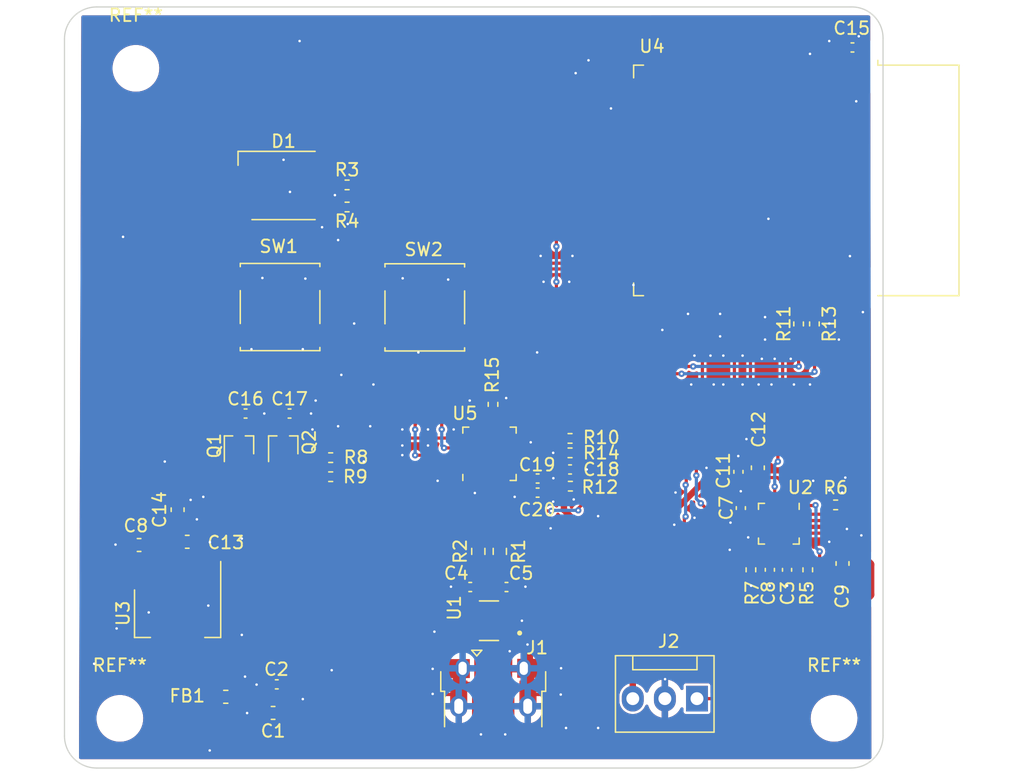
<source format=kicad_pcb>
(kicad_pcb (version 20211014) (generator pcbnew)
  (layers (0 "F.Cu" signal) (31 "B.Cu" signal) (34 "B.Paste" user) (35 "F.Paste" user) (36 "B.SilkS" user "B.Silkscreen") (37 "F.SilkS" user "F.Silkscreen") (38 "B.Mask" user) (39 "F.Mask" user) (44 "Edge.Cuts" user))
  (net 0 "")
  (net 1 "/power_supply/VBUS")
  (net 2 "GND")
  (net 3 "+5V")
  (net 4 "/power_supply/CONN_D+")
  (net 5 "+BATT")
  (net 6 "+3V3")
  (net 7 "/ucontroller/EN")
  (net 8 "/ucontroller/IO0")
  (net 9 "/usb/3V3_CP")
  (net 11 "/power_supply/~{PG}")
  (net 12 "/power_supply/~{CHG}")
  (net 13 "Net-(D1-Pad4)")
  (net 14 "Net-(D1-Pad5)")
  (net 17 "/power_supply/TS")
  (net 18 "Net-(Q1-Pad1)")
  (net 19 "/ucontroller/RTS")
  (net 20 "Net-(Q2-Pad1)")
  (net 21 "/ucontroller/DTR")
  (net 22 "/power_supply/USB_D+")
  (net 23 "Net-(R5-Pad2)")
  (net 24 "Net-(R6-Pad2)")
  (net 25 "Net-(R10-Pad2)")
  (net 26 "Net-(R11-Pad1)")
  (net 27 "/ucontroller/RX_ESP")
  (net 28 "/usb/CP_VBUS")
  (net 29 "Net-(R13-Pad1)")
  (net 30 "/ucontroller/TX_ESP")
  (net 31 "Net-(R15-Pad1)")
  (net 34 "/power_supply/~{CE}")
  (net 35 "/power_supply/SYS_OFF")
  (net 72 "/power_supply/CONN_D-")
  (net 73 "/power_supply/USB_D-")
  (footprint "Resistor_SMD:R_0402_1005Metric" (layer "F.Cu") (at 103.759 100.0252 90)
    (fp_text reference "R15")
    (fp_text value "10k")
  )
  (footprint "Connector_USB:USB_Micro-B_Amphenol_10103594-0001LF_Horizontal" (layer "F.Cu") (at 103.799 122.796)
    (fp_text reference "J1")
    (fp_text value "USB_B_Micro")
  )
  (footprint "Package_DFN_QFN:QFN-24-1EP_4x4mm_P0.5mm_EP2.6x2.6mm" (layer "F.Cu") (at 103.4796 103.9368 90)
    (fp_text reference "U5")
    (fp_text value "CP2102N-Axx-xQFN24")
  )
  (footprint "Resistor_SMD:R_0402_1005Metric" (layer "F.Cu") (at 90.9132 104.2416 180)
    (fp_text reference "R8")
    (fp_text value "10k")
  )
  (footprint "Capacitor_SMD:C_0402_1005Metric" (layer "F.Cu") (at 104.8258 114.4778)
    (fp_text reference "C5")
    (fp_text value "22p")
  )
  (footprint "Capacitor_SMD:C_0402_1005Metric" (layer "F.Cu") (at 86.64935 122.1794 180)
    (fp_text reference "C2")
    (fp_text value "10n")
  )
  (footprint "Capacitor_SMD:C_0603_1608Metric" (layer "F.Cu") (at 79.564 110.9)
    (fp_text reference "C13")
    (fp_text value "10u")
  )
  (footprint "Resistor_SMD:R_0402_1005Metric" (layer "F.Cu") (at 124.165 113.116 -90)
    (fp_text reference "R7")
    (fp_text value "10k")
  )
  (footprint "Capacitor_SMD:C_0402_1005Metric" (layer "F.Cu") (at 87.66 100.75)
    (fp_text reference "C17")
    (fp_text value "0.1u")
  )
  (footprint "Capacitor_SMD:C_0603_1608Metric" (layer "F.Cu") (at 75.754 111.154 180)
    (fp_text reference "C8")
    (fp_text value "0.1u")
  )
  (footprint "Capacitor_SMD:C_0402_1005Metric" (layer "F.Cu") (at 127.025 113.118 -90)
    (fp_text reference "C3")
    (fp_text value "0.1u")
  )
  (footprint "Capacitor_SMD:C_0402_1005Metric" (layer "F.Cu") (at 101.9556 114.4778 180)
    (fp_text reference "C4")
    (fp_text value "22p")
  )
  (footprint "Capacitor_SMD:C_0402_1005Metric" (layer "F.Cu") (at 107.2896 105.8926)
    (fp_text reference "C19")
    (fp_text value "100n")
  )
  (footprint "Capacitor_SMD:C_0603_1608Metric" (layer "F.Cu") (at 78.802 108.36 90)
    (fp_text reference "C14")
    (fp_text value "22u")
  )
  (footprint "Resistor_SMD:R_0402_1005Metric" (layer "F.Cu") (at 109.855 103.8606 180)
    (fp_text reference "R14")
    (fp_text value "47k")
  )
  (footprint "Resistor_SMD:R_0603_1608Metric" (layer "F.Cu") (at 102.595 111.6584 90)
    (fp_text reference "R2")
    (fp_text value "27")
  )
  (footprint "Capacitor_SMD:C_0402_1005Metric" (layer "F.Cu") (at 107.2896 107.0102)
    (fp_text reference "C20")
    (fp_text value "100n")
  )
  (footprint "Resistor_SMD:R_0402_1005Metric" (layer "F.Cu") (at 129.1898 93.6588 90)
    (fp_text reference "R13")
    (fp_text value "0")
  )
  (footprint "SOT-26-6:SOT95P280X120-6N" (layer "F.Cu") (at 103.44 117.1448 180)
    (fp_text reference "U1")
    (fp_text value "DT1446-04V-7")
  )
  (footprint "Resistor_SMD:R_0402_1005Metric" (layer "F.Cu") (at 127.9398 93.6588 90)
    (fp_text reference "R11")
    (fp_text value "0")
  )
  (footprint "Capacitor_SMD:C_0402_1005Metric" (layer "F.Cu") (at 84.18 100.75)
    (fp_text reference "C16")
    (fp_text value "0.1u")
  )
  (footprint "Capacitor_SMD:C_0402_1005Metric" (layer "F.Cu") (at 132.2 71.784)
    (fp_text reference "C15")
    (fp_text value "0.1u")
  )
  (footprint "Resistor_SMD:R_0402_1005Metric" (layer "F.Cu") (at 92.2132 84.4078 180)
    (fp_text reference "R3")
    (fp_text value "1k")
  )
  (footprint "Capacitor_SMD:C_0402_1005Metric" (layer "F.Cu") (at 123.178 105.3628 90)
    (fp_text reference "C11")
    (fp_text value "0.1u")
  )
  (footprint "MountingHole:MountingHole_3.2mm_M3" (layer "F.Cu") (at 75.5 73.435)
    (fp_text reference "REF**")
    (fp_text value "MountingHole_3.2mm_M3")
  )
  (footprint "Capacitor_SMD:C_0603_1608Metric" (layer "F.Cu") (at 86.35755 124.44 180)
    (fp_text reference "C1")
    (fp_text value "10u")
  )
  (footprint "MountingHole:MountingHole_3.2mm_M3" (layer "F.Cu") (at 130.745 124.87)
    (fp_text reference "REF**")
    (fp_text value "MountingHole_3.2mm_M3")
  )
  (footprint "Capacitor_SMD:C_0402_1005Metric" (layer "F.Cu") (at 123.37 108.23 90)
    (fp_text reference "C7")
    (fp_text value "0.1u")
  )
  (footprint "Capacitor_SMD:C_0402_1005Metric" (layer "F.Cu") (at 125.665 113.116 -90)
    (fp_text reference "C8")
    (fp_text value "0.1u")
  )
  (footprint "Package_TO_SOT_SMD:SOT-223-3_TabPin2" (layer "F.Cu") (at 78.802 116.56 -90)
    (fp_text reference "U3")
    (fp_text value "AMS1117-3.3")
  )
  (footprint "Resistor_SMD:R_0402_1005Metric" (layer "F.Cu") (at 109.855 102.7176 180)
    (fp_text reference "R10")
    (fp_text value "2k")
  )
  (footprint "Package_TO_SOT_SMD:SOT-323_SC-70" (layer "F.Cu") (at 87.16 103.25 90)
    (fp_text reference "Q2")
    (fp_text value "Q_NPN_BEC")
  )
  (footprint "Package_DFN_QFN:VQFN-16-1EP_3x3mm_P0.5mm_EP1.6x1.6mm" (layer "F.Cu") (at 126.375 109.468 -90)
    (fp_text reference "U2")
    (fp_text value "BQ24075RGT")
  )
  (footprint "Button_Switch_SMD:SW_SPST_B3S-1000" (layer "F.Cu") (at 98.36 92.35 180)
    (fp_text reference "SW2")
    (fp_text value "SW_Push")
  )
  (footprint "Capacitor_SMD:C_0603_1608Metric" (layer "F.Cu") (at 124.714 105.0414 90)
    (fp_text reference "C12")
    (fp_text value "4.7u")
  )
  (footprint "Resistor_SMD:R_0402_1005Metric" (layer "F.Cu") (at 128.665 113.116 90)
    (fp_text reference "R5")
    (fp_text value "1.2k")
  )
  (footprint "Capacitor_SMD:C_0603_1608Metric" (layer "F.Cu") (at 131.415 112.616 -90)
    (fp_text reference "C9")
    (fp_text value "4.7u")
  )
  (footprint "RF_Module:ESP32-WROOM-32" (layer "F.Cu") (at 124.7648 82.3036 -90)
    (fp_text reference "U4")
    (fp_text value "ESP32-WROOM-32")
  )
  (footprint "Resistor_SMD:R_0402_1005Metric" (layer "F.Cu") (at 109.8804 106.5)
    (fp_text reference "R12")
    (fp_text value "22k")
  )
  (footprint "Resistor_SMD:R_0402_1005Metric" (layer "F.Cu") (at 130.87 107.979 180)
    (fp_text reference "R6")
    (fp_text value "1.2k")
  )
  (footprint "Package_TO_SOT_SMD:SOT-323_SC-70" (layer "F.Cu") (at 83.66 103.25 90)
    (fp_text reference "Q1")
    (fp_text value "Q_NPN_BEC")
  )
  (footprint "Resistor_SMD:R_0603_1608Metric" (layer "F.Cu") (at 104.2968 111.6584 90)
    (fp_text reference "R1")
    (fp_text value "27")
  )
  (footprint "Resistor_SMD:R_0402_1005Metric" (layer "F.Cu") (at 92.2132 82.6578 180)
    (fp_text reference "R4")
    (fp_text value "1k")
  )
  (footprint "Button_Switch_SMD:SW_SPST_B3S-1000" (layer "F.Cu") (at 86.91 92.325 180)
    (fp_text reference "SW1")
    (fp_text value "SW_Push")
  )
  (footprint "MountingHole:MountingHole_3.2mm_M3" (layer "F.Cu") (at 74.23 124.87)
    (fp_text reference "REF**")
    (fp_text value "MountingHole_3.2mm_M3")
  )
  (footprint "Connector:FanPinHeader_1x03_P2.54mm_Vertical" (layer "F.Cu") (at 119.898 123.311 180)
    (fp_text reference "J2")
    (fp_text value "battery")
  )
  (footprint "Capacitor_SMD:C_0402_1005Metric" (layer "F.Cu") (at 109.855 105.175)
    (fp_text reference "C18")
    (fp_text value "100n")
  )
  (footprint "Resistor_SMD:R_0402_1005Metric" (layer "F.Cu") (at 90.9132 105.75 180)
    (fp_text reference "R9")
    (fp_text value "10k")
  )
  (footprint "LED_SMD:LED_RGB_5050-6" (layer "F.Cu") (at 87.184 82.706)
    (fp_text reference "D1")
    (fp_text value "LED_RGB")
  )
  (footprint "Inductor_SMD:L_0603_1608Metric" (layer "F.Cu") (at 82.612 123.164 180)
    (fp_text reference "FB1")
    (fp_text value "600")
  )
  (gr_arc (start 134.62 126.253949) (mid 133.876417 128.052141) (end 132.08 128.8) (layer "Edge.Cuts") (width 0.1))
  (gr_arc (start 69.85 71.12) (mid 70.593949 69.323949) (end 72.39 68.58) (layer "Edge.Cuts") (width 0.1))
  (gr_arc (start 72.39 128.8) (mid 70.593949 128.056051) (end 69.85 126.26) (layer "Edge.Cuts") (width 0.1))
  (gr_line (start 69.85 71.12) (end 69.85 126.26) (layer "Edge.Cuts") (width 0.1))
  (gr_line (start 72.39 128.8) (end 132.08 128.8) (layer "Edge.Cuts") (width 0.1))
  (gr_line (start 134.62 126.253949) (end 134.62 71.040051) (layer "Edge.Cuts") (width 0.1))
  (gr_line (start 132.08 68.58) (end 72.39 68.58) (layer "Edge.Cuts") (width 0.1))
  (gr_arc (start 132.08 68.58) (mid 133.871051 69.27204) (end 134.62 71.040051) (layer "Edge.Cuts") (width 0.1))
  (segment (start 100.247 118.003) (end 101.1052 117.1448) (width 0.254) (layer "F.Cu") (net 1))
  (segment (start 87.13255 123.19) (end 83.65705 123.19) (width 0.508) (layer "F.Cu") (net 1))
  (segment (start 87.13255 122.915) (end 87.13255 122.235) (width 0.508) (layer "F.Cu") (net 1))
  (segment (start 87.13255 122.915) (end 87.13255 124.44) (width 0.508) (layer "F.Cu") (net 1))
  (segment (start 91.633 122.235) (end 94.615 119.253) (width 0.254) (layer "F.Cu") (net 1))
  (segment (start 83.65705 123.19) (end 83.63105 123.164) (width 0.508) (layer "F.Cu") (net 1))
  (segment (start 94.615 119.253) (end 98.653 119.253) (width 0.254) (layer "F.Cu") (net 1))
  (segment (start 87.13255 122.235) (end 87.08755 122.19) (width 0.254) (layer "F.Cu") (net 1))
  (segment (start 100.247 119.253) (end 101.904 119.253) (width 0.254) (layer "F.Cu") (net 1))
  (segment (start 87.13255 122.235) (end 91.633 122.235) (width 0.254) (layer "F.Cu") (net 1))
  (segment (start 101.904 119.253) (end 102.47 119.819) (width 0.254) (layer "F.Cu") (net 1))
  (segment (start 98.653 119.253) (end 100.247 119.253) (width 0.254) (layer "F.Cu") (net 1))
  (segment (start 100.247 119.253) (end 100.247 118.003) (width 0.254) (layer "F.Cu") (net 1))
  (segment (start 101.1052 117.1448) (end 102.2913 117.1448) (width 0.254) (layer "F.Cu") (net 1))
  (segment (start 87.16255 122.265) (end 87.08755 122.19) (width 0.254) (layer "F.Cu") (net 1))
  (segment (start 102.47 119.819) (end 102.47 121.031) (width 0.254) (layer "F.Cu") (net 1))
  (segment (start 127.025 114.3758) (end 127.0254 114.3762) (width 0.254) (layer "F.Cu") (net 2))
  (segment (start 115.4884 76.61) (end 115.5098 76.5886) (width 0.254) (layer "F.Cu") (net 2))
  (segment (start 81.102 115.8216) (end 81.2298 115.9494) (width 0.254) (layer "F.Cu") (net 2))
  (segment (start 125.665 114.365) (end 125.6538 114.3762) (width 0.254) (layer "F.Cu") (net 2))
  (segment (start 131.761 109.884) (end 131.595 109.718) (width 0.254) (layer "F.Cu") (net 2))
  (segment (start 123.8108 102.772) (end 123.8108 103.3632) (width 0.254) (layer "F.Cu") (net 2))
  (segment (start 126.125 109.218) (end 126.375 109.468) (width 0.127) (layer "F.Cu") (net 2))
  (segment (start 84.66 100.75) (end 85.66 100.75) (width 0.254) (layer "F.Cu") (net 2))
  (segment (start 127.8125 109.718) (end 126.625 109.718) (width 0.254) (layer "F.Cu") (net 2))
  (segment (start 125.5198 81.3036) (end 125.5198 85.3138) (width 0.254) (layer "F.Cu") (net 2))
  (segment (start 131.395 107.9951) (end 131.395 107.0129) (width 0.254) (layer "F.Cu") (net 2))
  (segment (start 128.665 113.626) (end 128.665 114.3902) (width 0.254) (layer "F.Cu") (net 2))
  (segment (start 84.31 124.44) (end 84.3 124.45) (width 0.254) (layer "F.Cu") (net 2))
  (segment (start 102.7296 106.632) (end 102.7296 105.8743) (width 0.254) (layer "F.Cu") (net 2))
  (segment (start 108.4844 107.725) (end 108.52 107.725) (width 0.127) (layer "F.Cu") (net 2))
  (segment (start 100.457 114.4778) (end 100.4316 114.4524) (width 0.254) (layer "F.Cu") (net 2))
  (segment (start 124.165 113.626) (end 124.165 114.3606) (width 0.254) (layer "F.Cu") (net 2))
  (segment (start 132.7 70.9) (end 132.68 70.92) (width 0.254) (layer "F.Cu") (net 2))
  (segment (start 88.14 100.75) (end 89.36 100.75) (width 0.254) (layer "F.Cu") (net 2))
  (segment (start 102.805 126.14) (end 102.814 126.131) (width 0.254) (layer "F.Cu") (net 2))
  (segment (start 94.385 90.1) (end 96.56 90.1) (width 0.254) (layer "F.Cu") (net 2))
  (segment (start 123.95 110.55) (end 124.282 110.218) (width 0.127) (layer "F.Cu") (net 2))
  (segment (start 109.1368 120.911) (end 109.1438 120.904) (width 0.254) (layer "F.Cu") (net 2))
  (segment (start 133.0198 90.8036) (end 133.0198 92.7198) (width 0.254) (layer "F.Cu") (net 2))
  (segment (start 106.524 122.981) (end 109.1126 122.981) (width 0.254) (layer "F.Cu") (net 2))
  (segment (start 75.0482 111.154) (end 73.9198 111.154) (width 0.254) (layer "F.Cu") (net 2))
  (segment (start 125.5198 85.3138) (end 125.55 85.344) (width 0.254) (layer "F.Cu") (net 2))
  (segment (start 133.0198 92.7198) (end 133.025 92.725) (width 0.254) (layer "F.Cu") (net 2))
  (segment (start 99.0076 120.931) (end 98.9838 120.9548) (width 0.254) (layer "F.Cu") (net 2))
  (segment (start 79.818 107.598) (end 78.815 107.598) (width 0.254) (layer "F.Cu") (net 2))
  (segment (start 79.831 107.585) (end 79.818 107.598) (width 0.254) (layer "F.Cu") (net 2))
  (segment (start 133.0198 73.8036) (end 133.0198 75.5242) (width 0.254) (layer "F.Cu") (net 2))
  (segment (start 105.074 121.031) (end 105.074 119.5636) (width 0.254) (layer "F.Cu") (net 2))
  (segment (start 133.0198 75.5242) (end 132.5 76.044) (width 0.254) (layer "F.Cu") (net 2))
  (segment (start 133.0198 90.8036) (end 133.0198 89.3138) (width 0.254) (layer "F.Cu") (net 2))
  (segment (start 108.5088 105.8926) (end 108.5342 105.8672) (width 0.127) (layer "F.Cu") (net 2))
  (segment (start 128.665 114.3902) (end 128.6764 114.4016) (width 0.254) (layer "F.Cu") (net 2))
  (segment (start 109.345 103.8606) (end 108.52 103.8606) (width 0.127) (layer "F.Cu") (net 2))
  (segment (start 81.102 113.41) (end 81.102 115.8216) (width 0.254) (layer "F.Cu") (net 2))
  (segment (start 124.165 114.3606) (end 124.1806 114.3762) (width 0.254) (layer "F.Cu") (net 2))
  (segment (start 125.665 113.596) (end 125.665 114.365) (width 0.254) (layer "F.Cu") (net 2))
  (segment (start 103.759 99.5152) (end 104.7902 99.5152) (width 0.254) (layer "F.Cu") (net 2))
  (segment (start 85.58255 124.44) (end 84.31 124.44) (width 0.254) (layer "F.Cu") (net 2))
  (segment (start 124.282 110.218) (end 124.9375 110.218) (width 0.127) (layer "F.Cu") (net 2))
  (segment (start 123.37 107.75) (end 123.37 106.9052) (width 0.254) (layer "F.Cu") (net 2))
  (segment (start 86.16935 122.1794) (end 85.0706 122.1794) (width 0.254) (layer "F.Cu") (net 2))
  (segment (start 100.924 120.931) (end 99.0076 120.931) (width 0.254) (layer "F.Cu") (net 2))
  (segment (start 117.358 121.783) (end 117.358 123.311) (width 0.254) (layer "F.Cu") (net 2))
  (segment (start 131.595 109.718) (end 127.8125 109.718) (width 0.254) (layer "F.Cu") (net 2))
  (segment (start 131.415 114.4352) (end 131.415 113.391) (width 0.254) (layer "F.Cu") (net 2))
  (segment (start 100.26 90.1) (end 100.21 90.15) (width 0.254) (layer "F.Cu") (net 2))
  (segment (start 131.3942 114.456) (end 131.415 114.4352) (width 0.254) (layer "F.Cu") (net 2))
  (segment (start 113.092 76.61) (end 115.4884 76.61) (width 0.254) (layer "F.Cu") (net 2))
  (segment (start 126.625 109.718) (end 126.375 109.468) (width 0.254) (layer "F.Cu") (net 2))
  (segment (start 124.1552 114.4016) (end 124.1806 114.427) (width 0.254) (layer "F.Cu") (net 2))
  (segment (start 85.0706 122.1794) (end 85.05 122.2) (width 0.254) (layer "F.Cu") (net 2))
  (segment (start 133.0198 89.3138) (end 132 88.294) (width 0.254) (layer "F.Cu") (net 2))
  (segment (start 104.5663 117.1448) (end 106.045 117.1448) (width 0.254) (layer "F.Cu") (net 2))
  (segment (start 123.8108 103.3632) (end 124.714 104.2664) (width 0.254) (layer "F.Cu") (net 2))
  (segment (start 123.178 104.924) (end 123.178 104.128) (width 0.254) (layer "F.Cu") (net 2))
  (segment (start 90.885 90.075) (end 88.91 90.075) (width 0.254) (layer "F.Cu") (net 2))
  (segment (start 81.3573 110.9306) (end 81.3267 110.9) (width 0.254) (layer "F.Cu") (net 2))
  (segment (start 81.3267 110.9) (end 80.3413 110.9) (width 0.254) (layer "F.Cu") (net 2))
  (segment (start 123.178 104.128) (end 123.1646 104.1146) (width 0.254) (layer "F.Cu") (net 2))
  (segment (start 107.7696 105.8926) (end 108.5088 105.8926) (width 0.127) (layer "F.Cu") (net 2))
  (segment (start 107.7696 107.0102) (end 108.4844 107.725) (width 0.254) (layer "F.Cu") (net 2))
  (segment (start 117.3734 121.7676) (end 117.358 121.783) (width 0.254) (layer "F.Cu") (net 2))
  (segment (start 102.7296 104.6868) (end 103.4796 103.9368) (width 0.254) (layer "F.Cu") (net 2))
  (segment (start 102.814 126.131) (end 102.814 124.181) (width 0.254) (layer "F.Cu") (net 2))
  (segment (start 105.3058 114.4778) (end 106.299 114.4778) (width 0.254) (layer "F.Cu") (net 2))
  (segment (start 101.044 122.981) (end 99.0288 122.981) (width 0.254) (layer "F.Cu") (net 2))
  (segment (start 105.074 119.5636) (end 105.0798 119.5578) (width 0.254) (layer "F.Cu") (net 2))
  (segment (start 101.4756 114.4778) (end 100.457 114.4778) (width 0.254) (layer "F.Cu") (net 2))
  (segment (start 123.9565 109.3835) (end 124.122 109.218) (width 0.127) (layer "F.Cu") (net 2))
  (segment (start 110.335 105.175) (end 111.175 105.175) (width 0.254) (layer "F.Cu") (net 2))
  (segment (start 85.46 90.075) (end 85.51 90.025) (width 0.254) (layer "F.Cu") (net 2))
  (segment (start 104.7902 99.5152) (end 104.8 99.525) (width 0.254) (layer "F.Cu") (net 2))
  (segment (start 102.3224 107.0392) (end 102.7296 106.632) (width 0.254) (layer "F.Cu") (net 2))
  (segment (start 102.335 90.1) (end 100.26 90.1) (width 0.254) (layer "F.Cu") (net 2))
  (segment (start 109.1126 122.981) (end 109.1184 122.9868) (width 0.254) (layer "F.Cu") (net 2))
  (segment (start 104.7242 126.14) (end 104.734 126.1302) (width 0.254) (layer "F.Cu") (net 2))
  (segment (start 106.299 114.4778) (end 106.3244 114.4524) (width 0.254) (layer "F.Cu") (net 2))
  (segment (start 82.935 90.075) (end 85.46 90.075) (width 0.254) (layer "F.Cu") (net 2))
  (segment (start 102.7296 105.8743) (end 102.7296 104.6868) (width 0.254) (layer "F.Cu") (net 2))
  (segment (start 124.122 109.218) (end 124.9375 109.218) (width 0.127) (layer "F.Cu") (net 2))
  (segment (start 132.68 70.92) (end 132.68 71.784) (width 0.254) (layer "F.Cu") (net 2))
  (segment (start 106.674 120.911) (end 109.1368 120.911) (width 0.254) (layer "F.Cu") (net 2))
  (segment (start 122.55 109.3835) (end 123.9565 109.3835) (width 0.127) (layer "F.Cu") (net 2))
  (segment (start 124.9375 109.218) (end 126.125 109.218) (width 0.127) (layer "F.Cu") (net 2))
  (segment (start 99.0288 122.981) (end 98.9838 122.936) (width 0.254) (layer "F.Cu") (net 2))
  (segment (start 127.025 113.598) (end 127.025 114.3758) (width 0.254) (layer "F.Cu") (net 2))
  (segment (start 104.734 126.1302) (end 104.734 124.181) (width 0.254) (layer "F.Cu") (net 2))
  (segment (start 96.56 90.1) (end 96.61 90.05) (width 0.254) (layer "F.Cu") (net 2))
  (via (at 106.488 119.028) (size 0.5) (drill 0.2) (layers "F.Cu" "B.Cu") (net 2))
  (via (at 126.046 96.422) (size 0.5) (drill 0.2) (layers "F.Cu" "B.Cu") (net 2))
  (via (at 105.0798 119.5578) (size 0.5) (drill 0.2) (layers "F.Cu" "B.Cu") (net 2))
  (via (at 131.3942 114.456) (size 0.5) (drill 0.2) (layers "F.Cu" "B.Cu") (net 2))
  (via (at 127.316 96.422) (size 0.5) (drill 0.2) (layers "F.Cu" "B.Cu") (net 2))
  (via (at 132.5 76.044) (size 0.5) (drill 0.2) (layers "F.Cu" "B.Cu") (net 2))
  (via (at 123.1646 104.1146) (size 0.5) (drill 0.2) (layers "F.Cu" "B.Cu") (net 2))
  (via (at 79.831 107.585) (size 0.5) (drill 0.2) (layers "F.Cu" "B.Cu") (net 2))
  (via (at 127.57 98.454) (size 0.5) (drill 0.2) (layers "F.Cu" "B.Cu") (net 2))
  (via (at 99.122 118.012) (size 0.5) (drill 0.2) (layers "F.Cu" "B.Cu") (net 2))
  (via (at 119.442 98.454) (size 0.5) (drill 0.2) (layers "F.Cu" "B.Cu") (net 2))
  (via (at 120.966 96.168) (size 0.5) (drill 0.2) (layers "F.Cu" "B.Cu") (net 2))
  (via (at 109.1438 120.904) (size 0.5) (drill 0.2) (layers "F.Cu" "B.Cu") (net 2))
  (via (at 96.61 90.05) (size 0.5) (drill 0.2) (layers "F.Cu" "B.Cu") (net 2))
  (via (at 133.025 92.725) (size 0.5) (drill 0.2) (layers "F.Cu" "B.Cu") (net 2))
  (via (at 80.326 109.122) (size 0.5) (drill 0.2) (layers "F.Cu" "B.Cu") (net 2))
  (via (at 83.882 110.646) (size 0.5) (drill 0.2) (layers "F.Cu" "B.Cu") (net 2))
  (via (at 98.9838 122.936) (size 0.5) (drill 0.2) (layers "F.Cu" "B.Cu") (net 2))
  (via (at 77.786 104.55) (size 0.5) (drill 0.2) (layers "F.Cu" "B.Cu") (net 2))
  (via (at 123.95 110.55) (size 0.5) (drill 0.2) (layers "F.Cu" "B.Cu") (net 2))
  (via (at 100.4316 114.4524) (size 0.5) (drill 0.2) (layers "F.Cu" "B.Cu") (net 2))
  (via (at 128.6764 114.4016) (size 0.5) (drill 0.2) (layers "F.Cu" "B.Cu") (net 2))
  (via (at 100.21 90.15) (size 0.5) (drill 0.2) (layers "F.Cu" "B.Cu") (net 2))
  (via (at 100.646 102.01) (size 0.5) (drill 0.2) (layers "F.Cu" "B.Cu") (net 2))
  (via (at 117.3734 121.7676) (size 0.5) (drill 0.2) (layers "F.Cu" "B.Cu") (net 2))
  (via (at 106.045 117.1448) (size 0.5) (drill 0.2) (layers "F.Cu" "B.Cu") (net 2))
  (via (at 97.852 95.914) (size 0.5) (drill 0.2) (layers "F.Cu" "B.Cu") (net 2))
  (via (at 84.136 121.568) (size 0.5) (drill 0.2) (layers "F.Cu" "B.Cu") (net 2))
  (via (at 107.25 95.914) (size 0.5) (drill 0.2) (layers "F.Cu" "B.Cu") (net 2))
  (via (at 111.314 72.8) (size 0.5) (drill 0.2) (layers "F.Cu" "B.Cu") (net 2))
  (via (at 125.03 96.422) (size 0.5) (drill 0.2) (layers "F.Cu" "B.Cu") (net 2))
  (via (at 131.634 105.82) (size 0.5) (drill 0.2) (layers "F.Cu" "B.Cu") (net 2))
  (via (at 107.758 90.326) (size 0.5) (drill 0.2) (layers "F.Cu" "B.Cu") (net 2))
  (via (at 131.761 109.884) (size 0.5) (drill 0.2) (layers "F.Cu" "B.Cu") (net 2))
  (via (at 130.364 93.628) (size 0.5) (drill 0.2) (layers "F.Cu" "B.Cu") (net 2))
  (via (at 108.3168 109.8332) (size 0.5) (drill 0.2) (layers "F.Cu" "B.Cu") (net 2))
  (via (at 85.51 90.025) (size 0.5) (drill 0.2) (layers "F.Cu" "B.Cu") (net 2))
  (via (at 94.296 98.454) (size 0.5) (drill 0.2) (layers "F.Cu" "B.Cu") (net 2))
  (via (at 96.582 103.28) (size 0.5) (drill 0.2) (layers "F.Cu" "B.Cu") (net 2))
  (via (at 89.36 100.75) (size 0.5) (drill 0.2) (layers "F.Cu" "B.Cu") (net 2))
  (via (at 125.55 85.344) (size 0.5) (drill 0.2) (layers "F.Cu" "B.Cu") (net 2))
  (via (at 85.66 100.75) (size 0.5) (drill 0.2) (layers "F.Cu" "B.Cu") (net 2))
  (via (at 104.8 99.525) (size 0.5) (drill 0.2) (layers "F.Cu" "B.Cu") (net 2))
  (via (at 106.3244 114.4524) (size 0.5) (drill 0.2) (layers "F.Cu" "B.Cu") (net 2))
  (via (at 102.805 126.14) (size 0.5) (drill 0.2) (layers "F.Cu" "B.Cu") (net 2))
  (via (at 91.502 101.756) (size 0.5) (drill 0.2) (layers "F.Cu" "B.Cu") (net 2))
  (via (at 74.484 86.77) (size 0.5) (drill 0.2) (layers "F.Cu" "B.Cu") (net 2))
  (via (at 111.175 105.175) (size 0.5) (drill 0.2) (layers "F.Cu" "B.Cu") (net 2))
  (via (at 122.55 109.3835) (size 0.5) (drill 0.2) (layers "F.Cu" "B.Cu") (net 2))
  (via (at 81.2298 115.9494) (size 0.5) (drill 0.2) (layers "F.Cu" "B.Cu") (net 2))
  (via (at 124.776 98.454) (size 0.5) (drill 0.2) (layers "F.Cu" "B.Cu") (net 2))
  (via (at 84.3 124.45) (size 0.5) (drill 0.2) (layers "F.Cu" "B.Cu") (net 2))
  (via (at 108.52 103.8606) (size 0.5) (drill 0.2) (layers "F.Cu" "B.Cu") (net 2))
  (via (at 105.472 107.344) (size 0.5) (drill 0.2) (layers "F.Cu" "B.Cu") (net 2))
  (via (at 87.184 80.674) (size 0.5) (drill 0.2) (layers "F.Cu" "B.Cu") (net 2))
  (via (at 123.506 96.168) (size 0.5) (drill 0.2) (layers "F.Cu" "B.Cu") (net 2))
  (via (at 107.527075 88.2795) (size 0.5) (drill 0.2) (layers "F.Cu" "B.Cu") (net 2))
  (via (at 98.9838 120.9548) (size 0.5) (drill 0.2) (layers "F.Cu" "B.Cu") (net 2))
  (via (at 118.2 107) (size 0.5) (drill 0.2) (layers "F.Cu" "B.Cu") (net 2))
  (via (at 129.094 106.074) (size 0.5) (drill 0.2) (layers "F.Cu" "B.Cu") (net 2))
  (via (at 123.8108 102.772) (size 0.5) (drill 0.2) (layers "F.Cu" "B.Cu") (net 2))
  (via (at 89.724 99.724) (size 0.5) (drill 0.2) (layers "F.Cu" "B.Cu") (net 2))
  (via (at 84.644 95.66) (size 0.5) (drill 0.2) (layers "F.Cu" "B.Cu") (net 2))
  (via (at 121.22 98.454) (size 0.5) (drill 0.2) (layers "F.Cu" "B.Cu") (net 2))
  (via (at 119.188 92.866) (size 0.5) (drill 0.2) (layers "F.Cu" "B.Cu") (net 2))
  (via (at 128.84 72.292) (size 0.5) (drill 0.2) (layers "F.Cu" "B.Cu") (net 2))
  (via (at 89.47 102.01) (size 0.5) (drill 0.2) (layers "F.Cu" "B.Cu") (net 2))
  (via (at 131.3866 107.0045) (size 0.5) (drill 0.2) (layers "F.Cu" "B.Cu") (net 2))
  (via (at 108.52 107.725) (size 0.5) (drill 0.2) (layers "F.Cu" "B.Cu") (net 2))
  (via (at 125.792 98.454) (size 0.5) (drill 0.2) (layers "F.Cu" "B.Cu") (net 2))
  (via (at 130.364 110.9) (size 0.5) (drill 0.2) (layers "F.Cu" "B.Cu") (net 2))
  (via (at 102.3224 107.0392) (size 0.5) (drill 0.2) (layers "F.Cu" "B.Cu") (net 2))
  (via (at 73.976 117.758) (size 0.5) (drill 0.2) (layers "F.Cu" "B.Cu") (net 2))
  (via (at 96.582 102.01) (size 0.5) (drill 0.2) (layers "F.Cu" "B.Cu") (net 2))
  (via (at 99.376 106.074) (size 0.5) (drill 0.2) (layers "F.Cu" "B.Cu") (net 2))
  (via (at 132 88.294) (size 0.5) (drill 0.2) (layers "F.Cu" "B.Cu") (net 2))
  (via (at 98.614 102.01) (size 0.5) (drill 0.2) (layers "F.Cu" "B.Cu") (net 2))
  (via (at 110.298 73.816) (size 0.5) (drill 0.2) (layers "F.Cu" "B.Cu") (net 2))
  (via (at 108.5342 105.8672) (size 0.5) (drill 0.2) (layers "F.Cu" "B.Cu") (net 2))
  (via (at 92.772 93.628) (size 0.5) (drill 0.2) (layers "F.Cu" "B.Cu") (net 2))
  (via (at 123.506 98.454) (size 0.5) (drill 0.2) (layers "F.Cu" "B.Cu") (net 2))
  (via (at 96.582 104.042) (size 0.5) (drill 0.2) (layers "F.Cu" "B.Cu") (net 2))
  (via (at 88.708 123.346) (size 0.5) (drill 0.2) (layers "F.Cu" "B.Cu") (net 2))
  (via (at 93.534 104.55) (size 0.5) (drill 0.2) (layers "F.Cu" "B.Cu") (net 2))
  (via (at 120.65 105.05) (size 0.5) (drill 0.2) (layers "F.Cu" "B.Cu") (net 2))
  (via (at 73.8874 111.1216) (size 0.5) (drill 0.2) (layers "F.Cu" "B.Cu") (net 2))
  (via (at 92.264 85.754) (size 0.5) (drill 0.2) (layers "F.Cu" "B.Cu") (net 2))
  (via (at 131.126 94.898) (size 0.5) (drill 0.2) (layers "F.Cu" "B.Cu") (net 2))
  (via (at 90.994 121.06) (size 0.5) (drill 0.2) (layers "F.Cu" "B.Cu") (net 2))
  (via (at 130.364 71.276) (size 0.5) (drill 0.2) (layers "F.Cu" "B.Cu") (net 2))
  (via (at 110.044 88.2795) (size 0.5) (drill 0.2) (layers "F.Cu" "B.Cu") (net 2))
  (via (at 94.042 101.756) (size 0.5) (drill 0.2) (layers "F.Cu" "B.Cu") (net 2))
  (via (at 125.6538 114.3762) (size 0.5) (drill 0.2) (layers "F.Cu" "B.Cu") (net 2))
  (via (at 123.364 106.8992) (size 0.5) (drill 0.2) (layers "F.Cu" "B.Cu") (net 2))
  (via (at 112.076 125.632) (size 0.5) (drill 0.2) (layers "F.Cu" "B.Cu") (net 2))
  (via (at 91.756 97.692) (size 0.5) (drill 0.2) (layers "F.Cu" "B.Cu") (net 2))
  (via (at 109.79 90.326) (size 0.5) (drill 0.2) (layers "F.Cu" "B.Cu") (net 2))
  (via (at 90.232 86.008) (size 0.5) (drill 0.2) (layers "F.Cu" "B.Cu") (net 2))
  (via (at 112.076 108.868) (size 0.5) (drill 0.2) (layers "F.Cu" "B.Cu") (net 2))
  (via (at 91.248 83.468) (size 0.5) (drill 0.2) (layers "F.Cu" "B.Cu") (net 2))
  (via (at 121.982 98.454) (size 0.5) (drill 0.2) (layers "F.Cu" "B.Cu") (net 2))
  (via (at 88.91 90.075) (size 0.5) (drill 0.2) (layers "F.Cu" "B.Cu") (net 2))
  (via (at 125.284 93.12) (size 0.5) (drill 0.2) (layers "F.Cu" "B.Cu") (net 2))
  (via (at 121.982 96.168) (size 0.5) (drill 0.2) (layers "F.Cu" "B.Cu") (net 2))
  (via (at 104.7242 126.14) (size 0.5) (drill 0.2) (layers "F.Cu" "B.Cu") (net 2))
  (via (at 121.728 92.866) (size 0.5) (drill 0.2) (layers "F.Cu" "B.Cu") (net 2))
  (via (at 128.84 98.454) (size 0.5) (drill 0.2) (layers "F.Cu" "B.Cu") (net 2))
  (via (at 117.156 94.136) (size 0.5) (drill 0.2) (layers "F.Cu" "B.Cu") (net 2))
  (via (at 101.916 99.724) (size 0.5) (drill 0.2) (layers "F.Cu" "B.Cu") (net 2))
  (via (at 88.708 95.66) (size 0.5) (drill 0.2) (layers "F.Cu" "B.Cu") (net 2))
  (via (at 106.742 103.026) (size 0.5) (drill 0.2) (layers "F.Cu" "B.Cu") (net 2))
  (via (at 109.1184 122.9868) (size 0.5) (drill 0.2) (layers "F.Cu" "B.Cu") (net 2))
  (via (at 83.882 118.266) (size 0.5) (drill 0.2) (layers "F.Cu" "B.Cu") (net 2))
  (via (at 110.1456 107.5472) (size 0.5) (drill 0.2) (layers "F.Cu" "B.Cu") (net 2))
  (via (at 132.904 110.392) (size 0.5) (drill 0.2) (layers "F.Cu" "B.Cu") (net 2))
  (via (at 125.284 94.898) (size 0.5) (drill 0.2) (layers "F.Cu" "B.Cu") (net 2))
  (via (at 119.696 96.168) (size 0.5) (drill 0.2) (layers "F.Cu" "B.Cu") (net 2))
  (via (at 132.7 70.9) (size 0.5) (drill 0.2) (layers "F.Cu" "B.Cu") (net 2))
  (via (at 87.692 83.214) (size 0.5) (drill 0.2) (layers "F.Cu" "B.Cu") (net 2))
  (via (at 98.614 103.28) (size 0.5) (drill 0.2) (layers "F.Cu" "B.Cu") (net 2))
  (via (at 113.092 76.61) (size 0.5) (drill 0.2) (layers "F.Cu" "B.Cu") (net 2))
  (via (at 81.3573 110.9306) (size 0.5) (drill 0.2) (layers "F.Cu" "B.Cu") (net 2))
  (via (at 72.198 120.552) (size 0.5) (drill 0.2) (layers "F.Cu" "B.Cu") (net 2))
  (via (at 130.364 106.836) (size 0.5) (drill 0.2) (layers "F.Cu" "B.Cu") (net 2))
  (via (at 109.536 125.632) (size 0.5) (drill 0.2) (layers "F.Cu" "B.Cu") (net 2))
  (via (at 88.454 71.276) (size 0.5) (drill 0.2) (layers "F.Cu" "B.Cu") (net 2))
  (via (at 91.502 87.024) (size 0.5) (drill 0.2) (layers "F.Cu" "B.Cu") (net 2))
  (via (at 119.7 109) (size 0.5) (drill 0.2) (layers "F.Cu" "B.Cu") (net 2))
  (via (at 85.05 122.2) (size 0.5) (drill 0.2) (layers "F.Cu" "B.Cu") (net 2))
  (via (at 121.728 94.644) (size 0.5) (drill 0.2) (layers "F.Cu" "B.Cu") (net 2))
  (via (at 81.342 127.41) (size 0.5) (drill 0.2) (layers "F.Cu" "B.Cu") (net 2))
  (via (at 122.49 111.535) (size 0.5) (drill 0.2) (layers "F.Cu" "B.Cu") (net 2))
  (via (at 80.834 107.344) (size 0.5) (drill 0.2) (layers "F.Cu" "B.Cu") (net 2))
  (via (at 124.1806 114.3762) (size 0.5) (drill 0.2) (layers "F.Cu" "B.Cu") (net 2))
  (via (at 76.516 116.488) (size 0.5) (drill 0.2) (layers "F.Cu" "B.Cu") (net 2))
  (via (at 114.87 90.58) (size 0.5) (drill 0.2) (layers "F.Cu" "B.Cu") (net 2))
  (via (at 118.1 109.55) (size 0.5) (drill 0.2) (layers "F.Cu" "B.Cu") (net 2))
  (via (at 127.0254 114.3762) (size 0.5) (drill 0.2) (layers "F.Cu" "B.Cu") (net 2))
  (segment (start 133.55 112.7) (end 132.691 111.841) (width 0.762) (layer "F.Cu") (net 3))
  (segment (start 83.374 78.134) (end 76.529 84.979) (width 0.508) (layer "F.Cu") (net 3))
  (segment (start 130.698 110.218) (end 127.8125 110.218) (width 0.254) (layer "F.Cu") (net 3))
  (segment (start 81.85 123.1895) (end 81.8245 123.164) (width 0.762) (layer "F.Cu") (net 3))
  (segment (start 109.3704 108.3796) (end 110.9274 109.9366) (width 0.508) (layer "F.Cu") (net 3))
  (segment (start 83.3976 127.2476) (end 81.85 125.7) (width 0.762) (layer "F.Cu") (net 3))
  (segment (start 125.665 111.866) (end 125.665 112.544) (width 0.254) (layer "F.Cu") (net 3))
  (segment (start 131.455 110.975) (end 130.698 110.218) (width 0.254) (layer "F.Cu") (net 3))
  (segment (start 127.025 111.793836) (end 127.025 112.638) (width 0.254) (layer "F.Cu") (net 3))
  (segment (start 85.406 110.138) (end 85.406 118.52) (width 0.508) (layer "F.Cu") (net 3))
  (segment (start 126.625 110.9055) (end 126.625 111.393836) (width 0.254) (layer "F.Cu") (net 3))
  (segment (start 90.74 78.134) (end 83.374 78.134) (width 0.508) (layer "F.Cu") (net 3))
  (segment (start 76.502 113.41) (end 76.502 111.181) (width 0.762) (layer "F.Cu") (net 3))
  (segment (start 133.55 115.08) (end 133.55 112.7) (width 0.762) (layer "F.Cu") (net 3))
  (segment (start 76.529 84.979) (end 76.529 105.833) (width 0.508) (layer "F.Cu") (net 3))
  (segment (start 81.85 125.7) (end 81.85 123.1895) (width 0.762) (layer "F.Cu") (net 3))
  (segment (start 85.406 118.52) (end 81.8245 122.1015) (width 0.508) (layer "F.Cu") (net 3))
  (segment (start 81.8245 122.1015) (end 81.8245 123.164) (width 0.508) (layer "F.Cu") (net 3))
  (segment (start 123.311 108.718) (end 124.9375 108.718) (width 0.254) (layer "F.Cu") (net 3))
  (segment (start 126.125 111.406) (end 125.665 111.866) (width 0.254) (layer "F.Cu") (net 3))
  (segment (start 92.7232 82.6578) (end 92.7232 84.4078) (width 0.508) (layer "F.Cu") (net 3))
  (segment (start 76.502 111.181) (end 76.529 111.154) (width 0.762) (layer "F.Cu") (net 3))
  (segment (start 109.375 105.175) (end 109.375 106.4954) (width 0.508) (layer "F.Cu") (net 3))
  (segment (start 81.101 105.833) (end 85.406 110.138) (width 0.508) (layer "F.Cu") (net 3))
  (segment (start 110.9274 127.2476) (end 121.3824 127.2476) (width 0.762) (layer "F.Cu") (net 3))
  (segment (start 126.125 110.9055) (end 126.125 111.406) (width 0.254) (layer "F.Cu") (net 3))
  (segment (start 132.691 111.841) (end 131.415 111.841) (width 0.762) (layer "F.Cu") (net 3))
  (segment (start 126.625 111.393836) (end 127.025 111.793836) (width 0.254) (layer "F.Cu") (net 3))
  (segment (start 92.7232 80.1172) (end 90.74 78.134) (width 0.508) (layer "F.Cu") (net 3))
  (segment (start 131.455 111.741) (end 131.455 110.975) (width 0.254) (layer "F.Cu") (net 3))
  (segment (start 109.3704 108.3796) (end 109.3704 106.5) (width 0.508) (layer "F.Cu") (net 3))
  (segment (start 92.7232 82.6578) (end 92.7232 80.1172) (width 0.508) (layer "F.Cu") (net 3))
  (segment (start 110.9274 127.2476) (end 83.3976 127.2476) (width 0.762) (layer "F.Cu") (net 3))
  (segment (start 126.125 110.9055) (end 126.625 110.9055) (width 0.254) (layer "F.Cu") (net 3))
  (segment (start 76.529 105.833) (end 76.529 111.154) (width 0.508) (layer "F.Cu") (net 3))
  (segment (start 110.9274 109.9366) (end 110.9274 127.2476) (width 0.508) (layer "F.Cu") (net 3))
  (segment (start 76.529 105.833) (end 81.101 105.833) (width 0.508) (layer "F.Cu") (net 3))
  (segment (start 105.4171 105.1868) (end 109.3396 105.1868) (width 0.254) (layer "F.Cu") (net 3))
  (segment (start 109.3396 105.1868) (end 109.3704 105.156) (width 0.254) (layer "F.Cu") (net 3))
  (segment (start 121.3824 127.2476) (end 133.55 115.08) (width 0.762) (layer "F.Cu") (net 3))
  (segment (start 103.674 119.693499) (end 103.774 119.793499) (width 0.2) (layer "F.Cu") (net 4))
  (segment (start 103.674 114.476) (end 103.674 113.1062) (width 0.2) (layer "F.Cu") (net 4))
  (segment (start 103.706 118.0948) (end 104.695 118.0948) (width 0.127) (layer "F.Cu") (net 4))
  (segment (start 103.774 119.793499) (end 103.774 121.031) (width 0.2) (layer "F.Cu") (net 4))
  (segment (start 103.674 118.0628) (end 103.674 114.476) (width 0.2) (layer "F.Cu") (net 4))
  (segment (start 103.674 113.1062) (end 104.2968 112.4834) (width 0.2) (layer "F.Cu") (net 4))
  (segment (start 103.674 118.0628) (end 103.706 118.0948) (width 0.127) (layer "F.Cu") (net 4))
  (segment (start 103.674 114.476) (end 104.344 114.476) (width 0.2) (layer "F.Cu") (net 4))
  (segment (start 103.674 118.0628) (end 103.674 119.693499) (width 0.2) (layer "F.Cu") (net 4))
  (segment (start 114.818 123.311) (end 114.818 111.75) (width 0.508) (layer "F.Cu") (net 5))
  (segment (start 120.722 105.846) (end 124.6844 105.846) (width 0.508) (layer "F.Cu") (net 5))
  (segment (start 124.714 105.8164) (end 126.2634 105.8164) (width 0.254) (layer "F.Cu") (net 5))
  (segment (start 126.2634 105.8164) (end 126.625 106.178) (width 0.254) (layer "F.Cu") (net 5))
  (segment (start 124.6844 105.846) (end 124.714 105.8164) (width 0.508) (layer "F.Cu") (net 5))
  (segment (start 126.125 108.0305) (end 126.625 108.0305) (width 0.254) (layer "F.Cu") (net 5))
  (segment (start 114.818 111.75) (end 120.722 105.846) (width 0.508) (layer "F.Cu") (net 5))
  (segment (start 126.625 106.178) (end 126.625 108.0305) (width 0.254) (layer "F.Cu") (net 5))
  (segment (start 78.802 109.135) (end 78.802 110.887) (width 0.762) (layer "F.Cu") (net 6))
  (segment (start 78.789 113.397) (end 78.802 113.41) (width 0.254) (layer "F.Cu") (net 6))
  (segment (start 130.848 70.006) (end 131.71 70.868) (width 0.508) (layer "F.Cu") (net 6))
  (segment (start 73.896 119.71) (end 72.198 118.012) (width 0.508) (layer "F.Cu") (net 6))
  (segment (start 78.802 119.71) (end 73.896 119.71) (width 0.508) (layer "F.Cu") (net 6))
  (segment (start 78.802 110.887) (end 78.789 110.9) (width 0.254) (layer "F.Cu") (net 6))
  (segment (start 131.7498 71.8478) (end 131.71 71.808) (width 0.508) (layer "F.Cu") (net 6))
  (segment (start 78.802 113.41) (end 78.802 119.71) (width 1.27) (layer "F.Cu") (net 6))
  (segment (start 131.7498 73.8036) (end 131.7498 71.8478) (width 0.508) (layer "F.Cu") (net 6))
  (segment (start 72.198 118.012) (end 72.198 86.008) (width 0.508) (layer "F.Cu") (net 6))
  (segment (start 88.2 70.006) (end 130.848 70.006) (width 0.508) (layer "F.Cu") (net 6))
  (segment (start 78.789 110.9) (end 78.789 113.397) (width 0.762) (layer "F.Cu") (net 6))
  (segment (start 72.198 86.008) (end 88.2 70.006) (width 0.508) (layer "F.Cu") (net 6))
  (segment (start 131.71 70.868) (end 131.71 71.808) (width 0.508) (layer "F.Cu") (net 6))
  (segment (start 83.7 100.75) (end 83.7 98.4) (width 0.254) (layer "F.Cu") (net 7))
  (segment (start 108.774 90.326) (end 108.774 90.834) (width 0.254) (layer "F.Cu") (net 7))
  (segment (start 130.4798 72.6618) (end 130.4798 73.8036) (width 0.254) (layer "F.Cu") (net 7))
  (segment (start 108.774 90.834) (end 107.25 92.358) (width 0.254) (layer "F.Cu") (net 7))
  (segment (start 82.91 97.61) (end 82.91 94.725) (width 0.254) (layer "F.Cu") (net 7))
  (segment (start 83.7 98.4) (end 82.91 97.61) (width 0.254) (layer "F.Cu") (net 7))
  (segment (start 107.25 92.358) (end 91.502 92.358) (width 0.254) (layer "F.Cu") (net 7))
  (segment (start 91.502 92.358) (end 90.885 92.975) (width 0.254) (layer "F.Cu") (net 7))
  (segment (start 82.935 94.575) (end 90.885 94.575) (width 0.254) (layer "F.Cu") (net 7))
  (segment (start 83.66 100.79) (end 83.7 100.75) (width 0.254) (layer "F.Cu") (net 7))
  (segment (start 108.774 72.8) (end 110.044 71.53) (width 0.254) (layer "F.Cu") (net 7))
  (segment (start 110.044 71.53) (end 129.348 71.53) (width 0.254) (layer "F.Cu") (net 7))
  (segment (start 108.774 87.532) (end 108.774 72.8) (width 0.254) (layer "F.Cu") (net 7))
  (segment (start 90.885 92.975) (end 90.885 94.575) (width 0.254) (layer "F.Cu") (net 7))
  (segment (start 129.348 71.53) (end 130.4798 72.6618) (width 0.254) (layer "F.Cu") (net 7))
  (segment (start 83.66 102.25) (end 83.66 100.79) (width 0.254) (layer "F.Cu") (net 7))
  (via (at 108.774 90.326) (size 0.5) (drill 0.2) (layers "F.Cu" "B.Cu") (net 7))
  (via (at 108.774 87.532) (size 0.5) (drill 0.2) (layers "F.Cu" "B.Cu") (net 7))
  (segment (start 108.774 87.532) (end 108.774 90.326) (width 0.254) (layer "B.Cu") (net 7))
  (segment (start 92.31 98.8) (end 87.86 98.8) (width 0.254) (layer "F.Cu") (net 8))
  (segment (start 87.16 100.77) (end 87.18 100.75) (width 0.254) (layer "F.Cu") (net 8))
  (segment (start 94.385 94.6) (end 102.335 94.6) (width 0.254) (layer "F.Cu") (net 8))
  (segment (start 116.5098 92.4962) (end 114.406 94.6) (width 0.254) (layer "F.Cu") (net 8))
  (segment (start 114.406 94.6) (end 94.175 94.6) (width 0.254) (layer "F.Cu") (net 8))
  (segment (start 87.86 98.8) (end 87.18 99.48) (width 0.254) (layer "F.Cu") (net 8))
  (segment (start 116.5098 91.1402) (end 116.5098 92.4962) (width 0.254) (layer "F.Cu") (net 8))
  (segment (start 94.385 96.725) (end 92.31 98.8) (width 0.254) (layer "F.Cu") (net 8))
  (segment (start 94.385 94.6) (end 94.385 96.725) (width 0.254) (layer "F.Cu") (net 8))
  (segment (start 87.16 102.25) (end 87.16 100.77) (width 0.254) (layer "F.Cu") (net 8))
  (segment (start 87.18 99.48) (end 87.18 100.75) (width 0.254) (layer "F.Cu") (net 8))
  (segment (start 110.5012 108.2584) (end 112.584 106.1756) (width 0.254) (layer "F.Cu") (net 9))
  (segment (start 104.7296 105.8743) (end 104.7479 105.8926) (width 0.127) (layer "F.Cu") (net 9))
  (segment (start 112.584 104.042) (end 111.2596 102.7176) (width 0.254) (layer "F.Cu") (net 9))
  (segment (start 108.3676 108.4616) (end 107.8596 108.4616) (width 0.254) (layer "F.Cu") (net 9))
  (segment (start 106.8096 105.8926) (end 106.8096 107.0102) (width 0.254) (layer "F.Cu") (net 9))
  (segment (start 107.8596 108.4616) (end 106.8096 107.4116) (width 0.254) (layer "F.Cu") (net 9))
  (segment (start 106.8096 107.4116) (end 106.8096 107.0102) (width 0.254) (layer "F.Cu") (net 9))
  (segment (start 110.5012 108.4108) (end 110.5012 108.2584) (width 0.254) (layer "F.Cu") (net 9))
  (segment (start 112.584 106.1756) (end 112.584 104.042) (width 0.254) (layer "F.Cu") (net 9))
  (segment (start 111.2596 102.7176) (end 110.365 102.7176) (width 0.254) (layer "F.Cu") (net 9))
  (segment (start 104.7479 105.8926) (end 106.8096 105.8926) (width 0.254) (layer "F.Cu") (net 9))
  (segment (start 104.2296 105.8743) (end 104.7296 105.8743) (width 0.254) (layer "F.Cu") (net 9))
  (via (at 110.5012 108.4108) (size 0.5) (drill 0.2) (layers "F.Cu" "B.Cu") (net 9))
  (via (at 108.3676 108.4616) (size 0.5) (drill 0.2) (layers "F.Cu" "B.Cu") (net 9))
  (segment (start 108.3676 108.4616) (end 108.4184 108.4108) (width 0.254) (layer "B.Cu") (net 9))
  (segment (start 108.4184 108.4108) (end 110.5012 108.4108) (width 0.254) (layer "B.Cu") (net 9))
  (segment (start 91.248 88.294) (end 106.488 88.294) (width 0.254) (layer "F.Cu") (net 11))
  (segment (start 122.8598 92.358) (end 122.8598 101.2402) (width 0.254) (layer "F.Cu") (net 11))
  (segment (start 119.85 104.25) (end 119.85 105.65) (width 0.254) (layer "F.Cu") (net 11))
  (segment (start 84.784 82.706) (end 85.66 82.706) (width 0.254) (layer "F.Cu") (net 11))
  (segment (start 120.204 107.853502) (end 122.310998 109.9605) (width 0.254) (layer "F.Cu") (net 11))
  (segment (start 121.7462 88.856) (end 122.8598 89.9696) (width 0.254) (layer "F.Cu") (net 11))
  (segment (start 120.204 107.852) (end 120.204 107.853502) (width 0.254) (layer "F.Cu") (net 11))
  (segment (start 122.8598 89.9696) (end 122.8598 92.612) (width 0.254) (layer "F.Cu") (net 11))
  (segment (start 124.182 109.718) (end 124.9375 109.718) (width 0.254) (layer "F.Cu") (net 11))
  (segment (start 122.8598 101.2402) (end 119.85 104.25) (width 0.254) (layer "F.Cu") (net 11))
  (segment (start 85.66 82.706) (end 91.248 88.294) (width 0.254) (layer "F.Cu") (net 11))
  (segment (start 106.488 88.294) (end 107.05 88.856) (width 0.254) (layer "F.Cu") (net 11))
  (segment (start 107.05 88.856) (end 121.7462 88.856) (width 0.254) (layer "F.Cu") (net 11))
  (segment (start 122.310998 109.9605) (end 123.9395 109.9605) (width 0.254) (layer "F.Cu") (net 11))
  (segment (start 123.9395 109.9605) (end 124.182 109.718) (width 0.254) (layer "F.Cu") (net 11))
  (via (at 119.85 105.65) (size 0.5) (drill 0.2) (layers "F.Cu" "B.Cu") (net 11))
  (via (at 120.204 107.852) (size 0.5) (drill 0.2) (layers "F.Cu" "B.Cu") (net 11))
  (segment (start 120.204 107.852) (end 119.85 107.498) (width 0.254) (layer "B.Cu") (net 11))
  (segment (start 119.85 107.498) (end 119.85 105.65) (width 0.254) (layer "B.Cu") (net 11))
  (segment (start 120.325 102.9) (end 120.325 90.8088) (width 0.254) (layer "F.Cu") (net 12))
  (segment (start 124.165 112.606) (end 121.706 112.606) (width 0.254) (layer "F.Cu") (net 12))
  (segment (start 121.706 112.606) (end 118.9 109.8) (width 0.254) (layer "F.Cu") (net 12))
  (segment (start 106.234 88.802) (end 106.742 89.31) (width 0.254) (layer "F.Cu") (net 12))
  (segment (start 86.717948 84.406) (end 91.113948 88.802) (width 0.254) (layer "F.Cu") (net 12))
  (segment (start 125.625 110.9055) (end 124.6255 110.9055) (width 0.254) (layer "F.Cu") (net 12))
  (segment (start 120.3198 90.8036) (end 120.3198 89.9696) (width 0.254) (layer "F.Cu") (net 12))
  (segment (start 91.113948 88.802) (end 106.234 88.802) (width 0.254) (layer "F.Cu") (net 12))
  (segment (start 119 106.4) (end 119.0498 106.3502) (width 0.254) (layer "F.Cu") (net 12))
  (segment (start 124.165 111.366) (end 124.165 112.356) (width 0.254) (layer "F.Cu") (net 12))
  (segment (start 119.0498 104.1752) (end 120.325 102.9) (width 0.254) (layer "F.Cu") (net 12))
  (segment (start 124.6255 110.9055) (end 124.165 111.366) (width 0.254) (layer "F.Cu") (net 12))
  (segment (start 84.784 84.406) (end 86.717948 84.406) (width 0.254) (layer "F.Cu") (net 12))
  (segment (start 120.325 90.8088) (end 120.3198 90.8036) (width 0.254) (layer "F.Cu") (net 12))
  (segment (start 118.9 109.8) (end 118.9 109) (width 0.254) (layer "F.Cu") (net 12))
  (segment (start 119.0498 106.3502) (end 119.0498 104.1752) (width 0.254) (layer "F.Cu") (net 12))
  (segment (start 118.9 109) (end 119 108.9) (width 0.254) (layer "F.Cu") (net 12))
  (segment (start 106.742 89.31) (end 119.6602 89.31) (width 0.254) (layer "F.Cu") (net 12))
  (segment (start 119.6602 89.31) (end 120.3198 89.9696) (width 0.254) (layer "F.Cu") (net 12))
  (via (at 119 108.9) (size 0.5) (drill 0.2) (layers "F.Cu" "B.Cu") (net 12))
  (via (at 119 106.4) (size 0.5) (drill 0.2) (layers "F.Cu" "B.Cu") (net 12))
  (segment (start 119 108.9) (end 119 106.4) (width 0.254) (layer "B.Cu") (net 12))
  (segment (start 89.6776 84.3966) (end 91.692 84.3966) (width 0.254) (layer "F.Cu") (net 13))
  (segment (start 91.692 84.3966) (end 91.7032 84.4078) (width 0.254) (layer "F.Cu") (net 13))
  (segment (start 91.7032 82.6578) (end 89.7164 82.6578) (width 0.254) (layer "F.Cu") (net 14))
  (segment (start 89.7164 82.6578) (end 89.6776 82.6966) (width 0.254) (layer "F.Cu") (net 14))
  (segment (start 126.675 100.625) (end 126.675 91.1354) (width 0.254) (layer "F.Cu") (net 17))
  (segment (start 127.125 108.0305) (end 129.2445 108.0305) (width 0.254) (layer "F.Cu") (net 17))
  (segment (start 129.602 115.123) (end 121.414 123.311) (width 0.254) (layer "F.Cu") (net 17))
  (segment (start 127.125 108.0305) (end 127.125 101.075) (width 0.254) (layer "F.Cu") (net 17))
  (segment (start 129.2445 108.0305) (end 129.275 108) (width 0.127) (layer "F.Cu") (net 17))
  (segment (start 121.414 123.311) (end 119.898 123.311) (width 0.254) (layer "F.Cu") (net 17))
  (segment (start 129.602 111.662) (end 129.602 115.123) (width 0.254) (layer "F.Cu") (net 17))
  (segment (start 127.125 101.075) (end 126.675 100.625) (width 0.254) (layer "F.Cu") (net 17))
  (via (at 129.275 108) (size 0.5) (drill 0.2) (layers "F.Cu" "B.Cu") (net 17))
  (via (at 129.602 111.662) (size 0.5) (drill 0.2) (layers "F.Cu" "B.Cu") (net 17))
  (segment (start 129.3135 111.3735) (end 129.602 111.662) (width 0.254) (layer "B.Cu") (net 17))
  (segment (start 129.275 108) (end 129.3135 108.0385) (width 0.127) (layer "B.Cu") (net 17))
  (segment (start 129.3135 108.0385) (end 129.3135 111.3735) (width 0.254) (layer "B.Cu") (net 17))
  (segment (start 92.16 106.5) (end 84.41 106.5) (width 0.254) (layer "F.Cu") (net 18))
  (segment (start 91.4232 104.2416) (end 92.1516 104.2416) (width 0.254) (layer "F.Cu") (net 18))
  (segment (start 92.66 106) (end 92.16 106.5) (width 0.254) (layer "F.Cu") (net 18))
  (segment (start 83.01 105.1) (end 83.01 104.25) (width 0.254) (layer "F.Cu") (net 18))
  (segment (start 92.66 104.75) (end 92.66 106) (width 0.254) (layer "F.Cu") (net 18))
  (segment (start 84.41 106.5) (end 83.01 105.1) (width 0.254) (layer "F.Cu") (net 18))
  (segment (start 92.1516 104.2416) (end 92.66 104.75) (width 0.254) (layer "F.Cu") (net 18))
  (segment (start 85.16 105.75) (end 84.31 104.9) (width 0.254) (layer "F.Cu") (net 19))
  (segment (start 100.6094 102.6922) (end 101.5367 102.6922) (width 0.254) (layer "F.Cu") (net 19))
  (segment (start 101.5367 102.6922) (end 101.5421 102.6868) (width 0.254) (layer "F.Cu") (net 19))
  (segment (start 90.4032 105.75) (end 85.16 105.75) (width 0.254) (layer "F.Cu") (net 19))
  (segment (start 85.31 103.25) (end 84.31 104.25) (width 0.254) (layer "F.Cu") (net 19))
  (segment (start 90.825746 102.6922) (end 90.615973 102.901973) (width 0.254) (layer "F.Cu") (net 19))
  (segment (start 90.615973 102.901973) (end 90.267947 103.25) (width 0.254) (layer "F.Cu") (net 19))
  (segment (start 100.582 102.6922) (end 90.825746 102.6922) (width 0.254) (layer "F.Cu") (net 19))
  (segment (start 84.31 104.9) (end 84.31 104.25) (width 0.254) (layer "F.Cu") (net 19))
  (segment (start 90.267947 103.25) (end 85.31 103.25) (width 0.254) (layer "F.Cu") (net 19))
  (segment (start 90.745947 102.772) (end 90.615973 102.901973) (width 0.254) (layer "F.Cu") (net 19))
  (segment (start 86.676 105) (end 86.51 104.834) (width 0.254) (layer "F.Cu") (net 20))
  (segment (start 91.16 105) (end 86.676 105) (width 0.254) (layer "F.Cu") (net 20))
  (segment (start 91.4232 105.2632) (end 91.16 105) (width 0.254) (layer "F.Cu") (net 20))
  (segment (start 86.51 104.834) (end 86.51 104.25) (width 0.254) (layer "F.Cu") (net 20))
  (segment (start 91.4232 105.5878) (end 91.4232 105.2632) (width 0.254) (layer "F.Cu") (net 20))
  (segment (start 90.4032 103.7568) (end 90.4032 104.2416) (width 0.254) (layer "F.Cu") (net 21))
  (segment (start 95.8468 104.6868) (end 94.66 103.5) (width 0.254) (layer "F.Cu") (net 21))
  (segment (start 90.66 103.5) (end 90.4032 103.7568) (width 0.254) (layer "F.Cu") (net 21))
  (segment (start 90.3948 104.25) (end 87.81 104.25) (width 0.254) (layer "F.Cu") (net 21))
  (segment (start 90.4032 104.2416) (end 90.3948 104.25) (width 0.254) (layer "F.Cu") (net 21))
  (segment (start 94.66 103.5) (end 90.66 103.5) (width 0.254) (layer "F.Cu") (net 21))
  (segment (start 101.5421 104.6868) (end 95.8468 104.6868) (width 0.254) (layer "F.Cu") (net 21))
  (segment (start 103.2385 105.8832) (end 103.2296 105.8743) (width 0.127) (layer "F.Cu") (net 22))
  (segment (start 102.1588 111.6584) (end 101.727 111.2266) (width 0.127) (layer "F.Cu") (net 22))
  (segment (start 101.727 111.2266) (end 101.727 110.5154) (width 0.127) (layer "F.Cu") (net 22))
  (segment (start 104.2968 111.0444) (end 103.6828 111.6584) (width 0.127) (layer "F.Cu") (net 22))
  (segment (start 103.2385 109.0039) (end 103.2385 105.8832) (width 0.127) (layer "F.Cu") (net 22))
  (segment (start 103.6828 111.6584) (end 102.1588 111.6584) (width 0.127) (layer "F.Cu") (net 22))
  (segment (start 101.727 110.5154) (end 103.2385 109.0039) (width 0.127) (layer "F.Cu") (net 22))
  (segment (start 127.125 110.9055) (end 128.2045 110.9055) (width 0.254) (layer "F.Cu") (net 23))
  (segment (start 128.2045 110.9055) (end 128.665 111.366) (width 0.254) (layer "F.Cu") (net 23))
  (segment (start 128.665 111.366) (end 128.665 112.514) (width 0.254) (layer "F.Cu") (net 23))
  (segment (start 130.1965 108.718) (end 130.36 108.5545) (width 0.254) (layer "F.Cu") (net 24))
  (segment (start 127.8125 108.718) (end 130.1965 108.718) (width 0.254) (layer "F.Cu") (net 24))
  (segment (start 130.36 108.5545) (end 130.36 107.979) (width 0.254) (layer "F.Cu") (net 24))
  (segment (start 108.5744 102.7176) (end 107.1052 104.1868) (width 0.254) (layer "F.Cu") (net 25))
  (segment (start 109.345 102.7176) (end 108.5744 102.7176) (width 0.254) (layer "F.Cu") (net 25))
  (segment (start 107.1052 104.1868) (end 105.4171 104.1868) (width 0.254) (layer "F.Cu") (net 25))
  (segment (start 97.598 102.01) (end 97.598 101.602) (width 0.254) (layer "F.Cu") (net 26))
  (segment (start 97.598 101.602) (end 102.175 97.025) (width 0.254) (layer "F.Cu") (net 26))
  (segment (start 102.175 97.025) (end 119.6 97.025) (width 0.254) (layer "F.Cu") (net 26))
  (segment (start 101.078764 103.6868) (end 101.5421 103.6868) (width 0.254) (layer "F.Cu") (net 26))
  (segment (start 97.598 104.05) (end 100.715564 104.05) (width 0.254) (layer "F.Cu") (net 26))
  (segment (start 127.95 97.025) (end 127.9398 97.0148) (width 0.254) (layer "F.Cu") (net 26))
  (segment (start 100.715564 104.05) (end 101.078764 103.6868) (width 0.254) (layer "F.Cu") (net 26))
  (segment (start 127.9398 97.0148) (end 127.9398 94.1688) (width 0.254) (layer "F.Cu") (net 26))
  (via (at 97.598 104.05) (size 0.5) (drill 0.2) (layers "F.Cu" "B.Cu") (net 26))
  (via (at 97.598 102.01) (size 0.5) (drill 0.2) (layers "F.Cu" "B.Cu") (net 26))
  (via (at 127.95 97.025) (size 0.5) (drill 0.2) (layers "F.Cu" "B.Cu") (net 26))
  (via (at 119.6 97.025) (size 0.5) (drill 0.2) (layers "F.Cu" "B.Cu") (net 26))
  (segment (start 97.598 102.01) (end 97.598 104.05) (width 0.254) (layer "B.Cu") (net 26))
  (segment (start 127.95 97.025) (end 119.6 97.025) (width 0.254) (layer "B.Cu") (net 26))
  (segment (start 127.9398 93.1488) (end 127.9398 90.8036) (width 0.254) (layer "F.Cu") (net 27))
  (segment (start 109.6876 104.538) (end 110.365 103.8606) (width 0.254) (layer "F.Cu") (net 28))
  (segment (start 111.1856 103.8606) (end 110.365 103.8606) (width 0.254) (layer "F.Cu") (net 28))
  (segment (start 111.3 106.5) (end 112.13 105.67) (width 0.254) (layer "F.Cu") (net 28))
  (segment (start 110.3904 106.5) (end 111.3 106.5) (width 0.254) (layer "F.Cu") (net 28))
  (segment (start 108.024 104.538) (end 109.6876 104.538) (width 0.254) (layer "F.Cu") (net 28))
  (segment (start 112.13 105.67) (end 112.13 104.805) (width 0.254) (layer "F.Cu") (net 28))
  (segment (start 112.13 104.805) (end 111.1856 103.8606) (width 0.254) (layer "F.Cu") (net 28))
  (segment (start 107.8752 104.6868) (end 108.024 104.538) (width 0.254) (layer "F.Cu") (net 28))
  (segment (start 105.4171 104.6868) (end 107.8752 104.6868) (width 0.254) (layer "F.Cu") (net 28))
  (segment (start 99.884 103.4735) (end 100.442752 103.4735) (width 0.254) (layer "F.Cu") (net 29))
  (segment (start 100.442752 103.4735) (end 100.729452 103.1868) (width 0.254) (layer "F.Cu") (net 29))
  (segment (start 102.2605 97.6015) (end 99.7 100.162) (width 0.254) (layer "F.Cu") (net 29))
  (segment (start 129.2 94.179) (end 129.1898 94.1688) (width 0.254) (layer "F.Cu") (net 29))
  (segment (start 129.2 97.438) (end 129.2 94.179) (width 0.254) (layer "F.Cu") (net 29))
  (segment (start 99.7 100.162) (end 99.7 102.01) (width 0.254) (layer "F.Cu") (net 29))
  (segment (start 100.729452 103.1868) (end 101.5421 103.1868) (width 0.254) (layer "F.Cu") (net 29))
  (segment (start 118.68 97.6015) (end 102.2605 97.6015) (width 0.254) (layer "F.Cu") (net 29))
  (via (at 118.68 97.6015) (size 0.5) (drill 0.2) (layers "F.Cu" "B.Cu") (net 29))
  (via (at 99.7 102.01) (size 0.5) (drill 0.2) (layers "F.Cu" "B.Cu") (net 29))
  (via (at 129.2 97.438) (size 0.5) (drill 0.2) (layers "F.Cu" "B.Cu") (net 29))
  (via (at 99.884 103.4735) (size 0.5) (drill 0.2) (layers "F.Cu" "B.Cu") (net 29))
  (segment (start 99.7 103.2895) (end 99.7 102.01) (width 0.254) (layer "B.Cu") (net 29))
  (segment (start 129.0365 97.6015) (end 118.68 97.6015) (width 0.254) (layer "B.Cu") (net 29))
  (segment (start 129.2 97.438) (end 129.0365 97.6015) (width 0.254) (layer "B.Cu") (net 29))
  (segment (start 99.884 103.4735) (end 99.7 103.2895) (width 0.254) (layer "B.Cu") (net 29))
  (segment (start 129.2098 93.1288) (end 129.2098 90.8036) (width 0.254) (layer "F.Cu") (net 30))
  (segment (start 129.1898 93.1488) (end 129.2098 93.1288) (width 0.254) (layer "F.Cu") (net 30))
  (segment (start 103.7296 101.9993) (end 103.7296 100.6074) (width 0.254) (layer "F.Cu") (net 31))
  (segment (start 125.625 107.542164) (end 125.625 108.0305) (width 0.254) (layer "F.Cu") (net 34))
  (segment (start 126.0485 106.530598) (end 126.0485 107.118664) (width 0.254) (layer "F.Cu") (net 34))
  (segment (start 124.1298 101.2298) (end 124.1298 90.8036) (width 0.254) (layer "F.Cu") (net 34))
  (segment (start 126.3 103.4) (end 124.1298 101.2298) (width 0.254) (layer "F.Cu") (net 34))
  (segment (start 126.3 104.55) (end 126.3 103.4) (width 0.254) (layer "F.Cu") (net 34))
  (segment (start 126.0485 107.118664) (end 125.625 107.542164) (width 0.254) (layer "F.Cu") (net 34))
  (via (at 126.3 104.55) (size 0.5) (drill 0.2) (layers "F.Cu" "B.Cu") (net 34))
  (via (at 126.0485 106.530598) (size 0.5) (drill 0.2) (layers "F.Cu" "B.Cu") (net 34))
  (segment (start 126.3 104.55) (end 126.0485 104.8015) (width 0.254) (layer "B.Cu") (net 34))
  (segment (start 126.0485 104.8015) (end 126.0485 106.530598) (width 0.254) (layer "B.Cu") (net 34))
  (segment (start 132.3 109.218) (end 132.65 108.868) (width 0.254) (layer "F.Cu") (net 35))
  (segment (start 127.8125 109.218) (end 132.3 109.218) (width 0.254) (layer "F.Cu") (net 35))
  (segment (start 132.65 108.868) (end 132.65 94.1008) (width 0.254) (layer "F.Cu") (net 35))
  (segment (start 132.65 94.1008) (end 130.4798 91.9306) (width 0.254) (layer "F.Cu") (net 35))
  (segment (start 130.4798 91.9306) (end 130.4798 90.8036) (width 0.254) (layer "F.Cu") (net 35))
  (segment (start 103.124 121.031) (end 103.124 119.793499) (width 0.2) (layer "F.Cu") (net 72))
  (segment (start 103.224 113.1224) (end 102.9828 112.8812) (width 0.2) (layer "F.Cu") (net 72))
  (segment (start 103.224 114.4688) (end 103.224 113.1224) (width 0.2) (layer "F.Cu") (net 72))
  (segment (start 103.224 119.693499) (end 103.224 116.2212) (width 0.2) (layer "F.Cu") (net 72))
  (segment (start 103.224 116.2212) (end 103.224 114.4688) (width 0.2) (layer "F.Cu") (net 72))
  (segment (start 103.124 119.793499) (end 103.224 119.693499) (width 0.2) (layer "F.Cu") (net 72))
  (segment (start 102.9828 112.8812) (end 102.614 112.5124) (width 0.2) (layer "F.Cu") (net 72))
  (segment (start 103.1976 116.1948) (end 103.224 116.2212) (width 0.127) (layer "F.Cu") (net 72))
  (segment (start 102.185 116.1948) (end 103.1976 116.1948) (width 0.127) (layer "F.Cu") (net 72))
  (segment (start 102.4446 114.4688) (end 103.224 114.4688) (width 0.2) (layer "F.Cu") (net 72))
  (segment (start 103.656482 108.6923) (end 103.7296 108.6923) (width 0.127) (layer "F.Cu") (net 73))
  (segment (start 103.7296 105.8743) (end 103.7296 106.5668) (width 0.127) (layer "F.Cu") (net 73))
  (segment (start 103.583364 107.784418) (end 103.583364 107.965182) (width 0.127) (layer "F.Cu") (net 73))
  (segment (start 103.7296 108.6923) (end 104.012336 108.6923) (width 0.127) (layer "F.Cu") (net 73))
  (segment (start 103.8931 107.0573) (end 103.656482 107.0573) (width 0.127) (layer "F.Cu") (net 73))
  (segment (start 103.8931 106.7303) (end 104.012336 106.7303) (width 0.127) (layer "F.Cu") (net 73))
  (segment (start 104.012336 109.0193) (end 103.8931 109.0193) (width 0.127) (layer "F.Cu") (net 73))
  (segment (start 104.012336 107.0573) (end 103.8931 107.0573) (width 0.127) (layer "F.Cu") (net 73))
  (segment (start 103.7296 108.0383) (end 104.012336 108.0383) (width 0.127) (layer "F.Cu") (net 73))
  (segment (start 103.656482 108.0383) (end 103.7296 108.0383) (width 0.127) (layer "F.Cu") (net 73))
  (segment (start 103.7296 108.3653) (end 103.656482 108.3653) (width 0.127) (layer "F.Cu") (net 73))
  (segment (start 103.583364 107.130418) (end 103.583364 107.311182) (width 0.127) (layer "F.Cu") (net 73))
  (segment (start 104.012336 108.3653) (end 103.7296 108.3653) (width 0.127) (layer "F.Cu") (net 73))
  (segment (start 103.7296 109.410466) (end 103.7296 109.6988) (width 0.127) (layer "F.Cu") (net 73))
  (segment (start 103.7296 109.1828) (end 103.7296 109.410466) (width 0.127) (layer "F.Cu") (net 73))
  (segment (start 103.656482 107.3843) (end 103.7296 107.3843) (width 0.127) (layer "F.Cu") (net 73))
  (segment (start 103.583364 108.438418) (end 103.583364 108.619182) (width 0.127) (layer "F.Cu") (net 73))
  (segment (start 103.7296 109.6988) (end 102.595 110.8334) (width 0.127) (layer "F.Cu") (net 73))
  (segment (start 103.7296 107.3843) (end 104.012336 107.3843) (width 0.127) (layer "F.Cu") (net 73))
  (segment (start 104.012336 107.7113) (end 103.7296 107.7113) (width 0.127) (layer "F.Cu") (net 73))
  (segment (start 103.7296 107.7113) (end 103.656482 107.7113) (width 0.127) (layer "F.Cu") (net 73))
  (arc (start 103.656482 107.7113) (mid 103.60478 107.732716) (end 103.583364 107.784418) (width 0.127) (layer "F.Cu") (net 73))
  (arc (start 104.175836 108.8558) (mid 104.127948 108.971412) (end 104.012336 109.0193) (width 0.127) (layer "F.Cu") (net 73))
  (arc (start 104.012336 108.0383) (mid 104.127948 108.086188) (end 104.175836 108.2018) (width 0.127) (layer "F.Cu") (net 73))
  (arc (start 103.8931 109.0193) (mid 103.777488 109.067188) (end 103.7296 109.1828) (width 0.127) (layer "F.Cu") (net 73))
  (arc (start 104.175836 106.8938) (mid 104.127948 107.009412) (end 104.012336 107.0573) (width 0.127) (layer "F.Cu") (net 73))
  (arc (start 104.012336 106.7303) (mid 104.127948 106.778188) (end 104.175836 106.8938) (width 0.127) (layer "F.Cu") (net 73))
  (arc (start 103.656482 107.0573) (mid 103.60478 107.078716) (end 103.583364 107.130418) (width 0.127) (layer "F.Cu") (net 73))
  (arc (start 104.175836 108.2018) (mid 104.127948 108.317412) (end 104.012336 108.3653) (width 0.127) (layer "F.Cu") (net 73))
  (arc (start 104.175836 107.5478) (mid 104.127948 107.663412) (end 104.012336 107.7113) (width 0.127) (layer "F.Cu") (net 73))
  (arc (start 103.7296 106.5668) (mid 103.777488 106.682412) (end 103.8931 106.7303) (width 0.127) (layer "F.Cu") (net 73))
  (arc (start 104.012336 107.3843) (mid 104.127948 107.432188) (end 104.175836 107.5478) (width 0.127) (layer "F.Cu") (net 73))
  (arc (start 103.583364 107.965182) (mid 103.60478 108.016884) (end 103.656482 108.0383) (width 0.127) (layer "F.Cu") (net 73))
  (arc (start 104.012336 108.6923) (mid 104.127948 108.740188) (end 104.175836 108.8558) (width 0.127) (layer "F.Cu") (net 73))
  (arc (start 103.656482 108.3653) (mid 103.60478 108.386716) (end 103.583364 108.438418) (width 0.127) (layer "F.Cu") (net 73))
  (arc (start 103.583364 108.619182) (mid 103.60478 108.670884) (end 103.656482 108.6923) (width 0.127) (layer "F.Cu") (net 73))
  (arc (start 103.583364 107.311182) (mid 103.60478 107.362884) (end 103.656482 107.3843) (width 0.127) (layer "F.Cu") (net 73))
  (zone (net 2) (net_name "GND") (layer "F.Cu") (priority 6) (connect_pads (clearance 0.127)) (min_thickness 0.254) (fill yes (thermal_gap 0.508) (thermal_bridge_width 0.508) (island_removal_mode 1) (island_area_min 0))
    (polygon (pts (xy 133.700084 128.09903) (xy 71.000084 128.100172) (xy 71.182084 69.244172) (xy 133.604084 69.24303)))
  )
  (zone (net 2) (net_name "GND") (layer "B.Cu") (priority 6) (connect_pads (clearance 0.127)) (min_thickness 0.254) (fill yes (thermal_gap 0.508) (thermal_bridge_width 0.508) (island_removal_mode 1) (island_area_min 0))
    (polygon (pts (xy 133.7 128.098858) (xy 71 128.1) (xy 71.182 69.244) (xy 133.604 69.242858)))
  )
)
</source>
